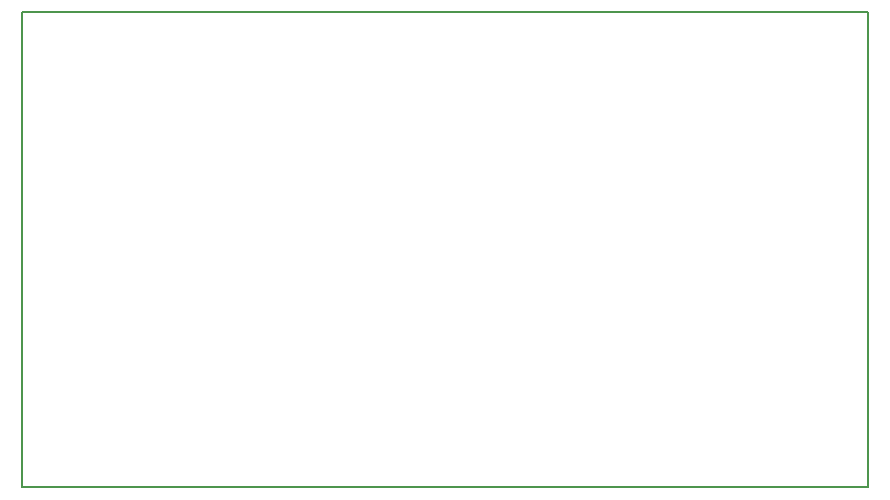
<source format=gko>
G04 #@! TF.FileFunction,Profile,NP*
%FSLAX46Y46*%
G04 Gerber Fmt 4.6, Leading zero omitted, Abs format (unit mm)*
G04 Created by KiCad (PCBNEW 4.0.0-rc1-stable) date 29/02/2016 1:35:43 AM*
%MOMM*%
G01*
G04 APERTURE LIST*
%ADD10C,0.100000*%
%ADD11C,0.150000*%
G04 APERTURE END LIST*
D10*
D11*
X32970000Y-87970000D02*
X104560000Y-87970000D01*
X32970000Y-87970000D02*
X32970000Y-47775500D01*
X104560000Y-87970000D02*
X104560000Y-47775500D01*
X32970000Y-47775500D02*
X104560000Y-47775500D01*
M02*

</source>
